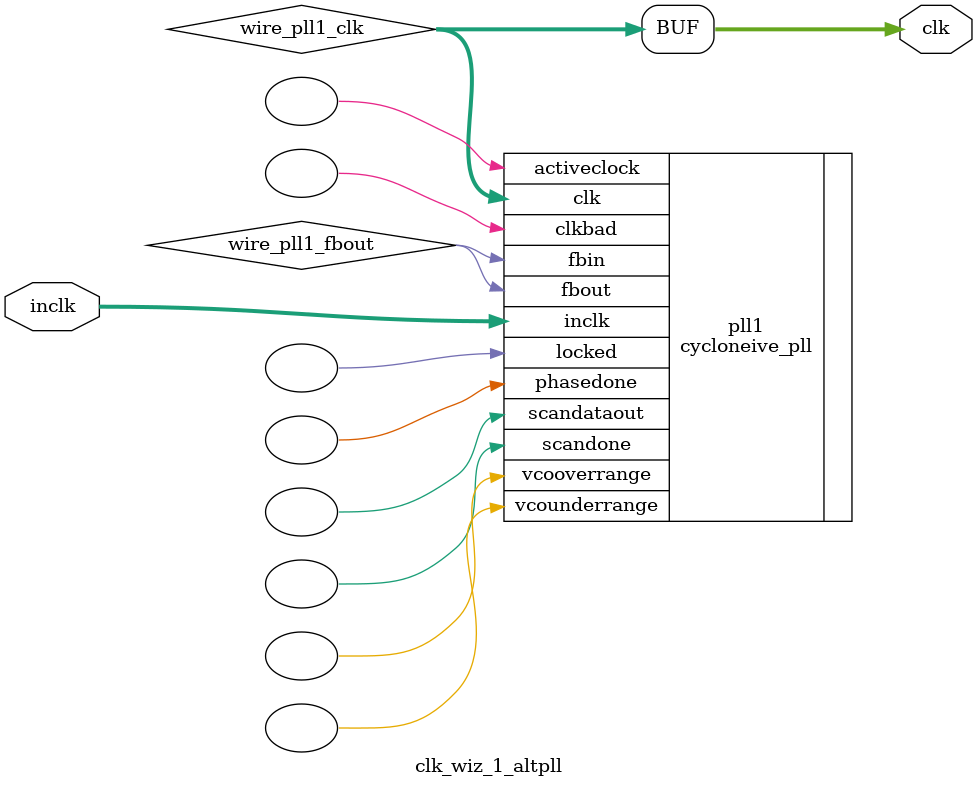
<source format=v>






//synthesis_resources = cycloneive_pll 1 
//synopsys translate_off
`timescale 1 ps / 1 ps
//synopsys translate_on
module  clk_wiz_1_altpll
	( 
	clk,
	inclk) /* synthesis synthesis_clearbox=1 */;
	output   [4:0]  clk;
	input   [1:0]  inclk;
`ifndef ALTERA_RESERVED_QIS
// synopsys translate_off
`endif
	tri0   [1:0]  inclk;
`ifndef ALTERA_RESERVED_QIS
// synopsys translate_on
`endif

	wire  [4:0]   wire_pll1_clk;
	wire  wire_pll1_fbout;

	cycloneive_pll   pll1
	( 
	.activeclock(),
	.clk(wire_pll1_clk),
	.clkbad(),
	.fbin(wire_pll1_fbout),
	.fbout(wire_pll1_fbout),
	.inclk(inclk),
	.locked(),
	.phasedone(),
	.scandataout(),
	.scandone(),
	.vcooverrange(),
	.vcounderrange()
	`ifndef FORMAL_VERIFICATION
	// synopsys translate_off
	`endif
	,
	.areset(1'b0),
	.clkswitch(1'b0),
	.configupdate(1'b0),
	.pfdena(1'b1),
	.phasecounterselect({3{1'b0}}),
	.phasestep(1'b0),
	.phaseupdown(1'b0),
	.scanclk(1'b0),
	.scanclkena(1'b1),
	.scandata(1'b0)
	`ifndef FORMAL_VERIFICATION
	// synopsys translate_on
	`endif
	);
	defparam
		pll1.bandwidth_type = "auto",
		pll1.clk0_divide_by = 2,
		pll1.clk0_duty_cycle = 50,
		pll1.clk0_multiply_by = 1,
		pll1.clk0_phase_shift = "0",
		pll1.compensate_clock = "clk0",
		pll1.inclk0_input_frequency = 20000,
		pll1.operation_mode = "normal",
		pll1.pll_type = "auto",
		pll1.lpm_type = "cycloneive_pll";
	assign
		clk = {wire_pll1_clk[4:0]};
endmodule //clk_wiz_1_altpll
//VALID FILE

</source>
